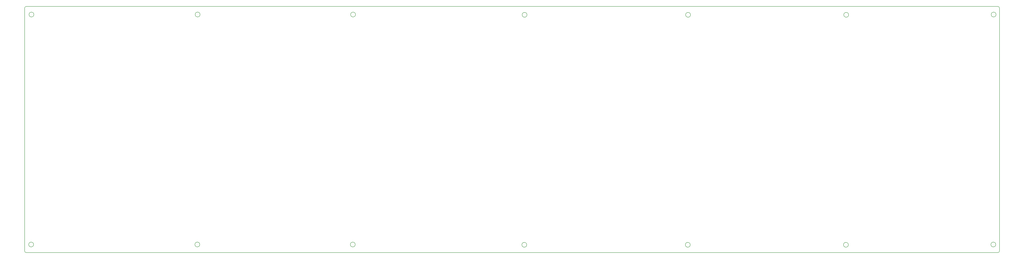
<source format=gbr>
%TF.GenerationSoftware,KiCad,Pcbnew,(5.1.6)-1*%
%TF.CreationDate,2020-07-08T16:04:48-04:00*%
%TF.ProjectId,railroad-keyboard-bottom-plate,7261696c-726f-4616-942d-6b6579626f61,rev?*%
%TF.SameCoordinates,Original*%
%TF.FileFunction,Profile,NP*%
%FSLAX46Y46*%
G04 Gerber Fmt 4.6, Leading zero omitted, Abs format (unit mm)*
G04 Created by KiCad (PCBNEW (5.1.6)-1) date 2020-07-08 16:04:48*
%MOMM*%
%LPD*%
G01*
G04 APERTURE LIST*
%TA.AperFunction,Profile*%
%ADD10C,0.150000*%
%TD*%
%TA.AperFunction,Profile*%
%ADD11C,0.200000*%
%TD*%
G04 APERTURE END LIST*
D10*
X74723750Y-116697000D02*
G75*
G03*
X74723750Y-116697000I-1150000J0D01*
G01*
X451913750Y-116706000D02*
G75*
G03*
X451913750Y-116706000I-1150000J0D01*
G01*
X307133750Y-116833000D02*
G75*
G03*
X307133750Y-116833000I-1150000J0D01*
G01*
X148383750Y-116706000D02*
G75*
G03*
X148383750Y-116706000I-1150000J0D01*
G01*
X-4016250Y-116706000D02*
G75*
G03*
X-4016250Y-116706000I-1150000J0D01*
G01*
X229663750Y-116833000D02*
G75*
G03*
X229663750Y-116833000I-1150000J0D01*
G01*
X382063750Y-116833000D02*
G75*
G03*
X382063750Y-116833000I-1150000J0D01*
G01*
X74587750Y-225933000D02*
G75*
G03*
X74587750Y-225933000I-1150000J0D01*
G01*
X148247750Y-225942000D02*
G75*
G03*
X148247750Y-225942000I-1150000J0D01*
G01*
X229527750Y-226069000D02*
G75*
G03*
X229527750Y-226069000I-1150000J0D01*
G01*
X306997750Y-226069000D02*
G75*
G03*
X306997750Y-226069000I-1150000J0D01*
G01*
X451777750Y-225942000D02*
G75*
G03*
X451777750Y-225942000I-1150000J0D01*
G01*
X381927750Y-226069000D02*
G75*
G03*
X381927750Y-226069000I-1150000J0D01*
G01*
X-4152250Y-225942000D02*
G75*
G03*
X-4152250Y-225942000I-1150000J0D01*
G01*
D11*
X453555100Y-113645950D02*
X453555100Y-229000050D01*
X-7613650Y-112852200D02*
X452761350Y-112852200D01*
X453555100Y-229000050D02*
G75*
G02*
X452761350Y-229793800I-793750J0D01*
G01*
X452761350Y-112852200D02*
G75*
G02*
X453555100Y-113645950I0J-793750D01*
G01*
X-7613650Y-229793800D02*
G75*
G02*
X-8407400Y-229000050I0J793750D01*
G01*
X-7613650Y-229793800D02*
X452761350Y-229793800D01*
X-8407400Y-113645950D02*
X-8407400Y-229000050D01*
X-8407400Y-113645950D02*
G75*
G02*
X-7613650Y-112852200I793750J0D01*
G01*
M02*

</source>
